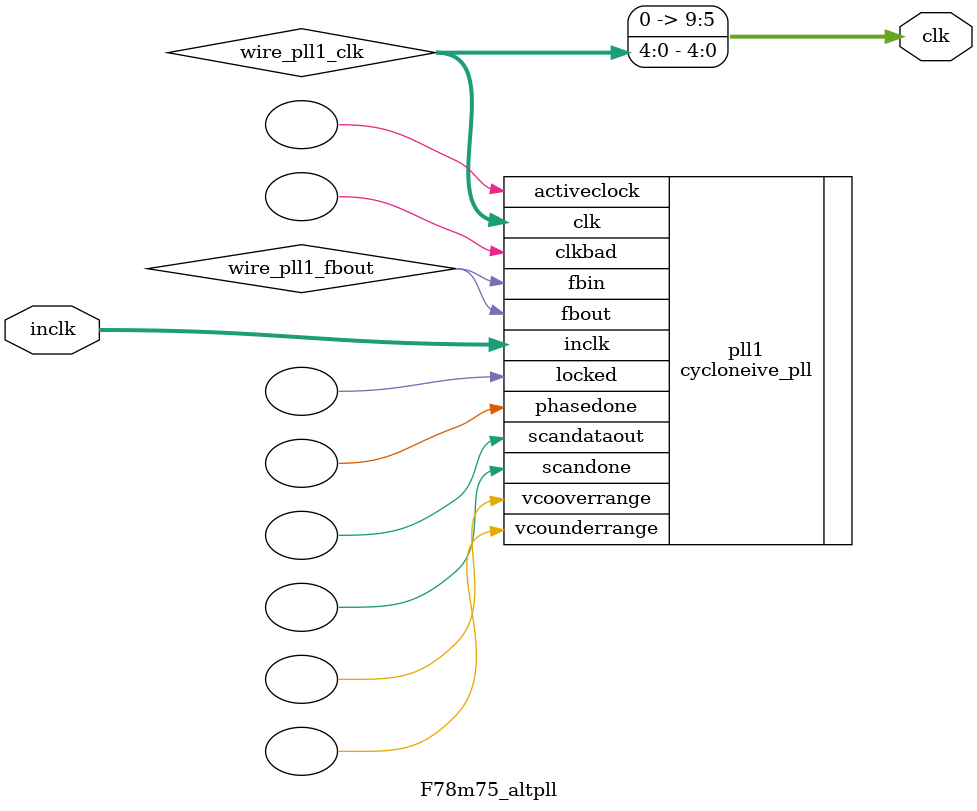
<source format=v>






//synthesis_resources = cycloneive_pll 1 
//synopsys translate_off
`timescale 1 ps / 1 ps
//synopsys translate_on
module  F78m75_altpll
	( 
	clk,
	inclk) /* synthesis synthesis_clearbox=1 */;
	output   [9:0]  clk;
	input   [1:0]  inclk;
`ifndef ALTERA_RESERVED_QIS
// synopsys translate_off
`endif
	tri0   [1:0]  inclk;
`ifndef ALTERA_RESERVED_QIS
// synopsys translate_on
`endif

	wire  [4:0]   wire_pll1_clk;
	wire  wire_pll1_fbout;

	cycloneive_pll   pll1
	( 
	.activeclock(),
	.clk(wire_pll1_clk),
	.clkbad(),
	.fbin(wire_pll1_fbout),
	.fbout(wire_pll1_fbout),
	.inclk(inclk),
	.locked(),
	.phasedone(),
	.scandataout(),
	.scandone(),
	.vcooverrange(),
	.vcounderrange()
	`ifndef FORMAL_VERIFICATION
	// synopsys translate_off
	`endif
	,
	.areset(1'b0),
	.clkswitch(1'b0),
	.configupdate(1'b0),
	.pfdena(1'b1),
	.phasecounterselect({3{1'b0}}),
	.phasestep(1'b0),
	.phaseupdown(1'b0),
	.scanclk(1'b0),
	.scanclkena(1'b1),
	.scandata(1'b0)
	`ifndef FORMAL_VERIFICATION
	// synopsys translate_on
	`endif
	);
	defparam
		pll1.bandwidth_type = "auto",
		pll1.clk0_divide_by = 40,
		pll1.clk0_duty_cycle = 50,
		pll1.clk0_multiply_by = 63,
		pll1.clk0_phase_shift = "0",
		pll1.compensate_clock = "clk0",
		pll1.inclk0_input_frequency = 20000,
		pll1.operation_mode = "normal",
		pll1.pll_type = "auto",
		pll1.lpm_type = "cycloneive_pll";
	assign
		clk = {{5{1'b0}}, wire_pll1_clk[4:0]};
endmodule //F78m75_altpll
//VALID FILE

</source>
